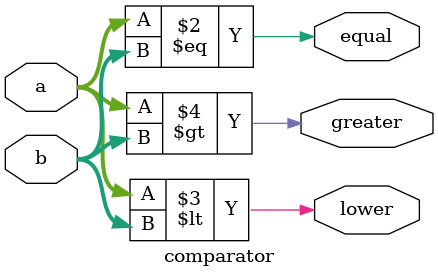
<source format=sv>
`timescale 1ns / 1ps

module comparator #(parameter WIDTH = 4) 
(
    input logic [WIDTH-1:0] a, b,
    output logic equal, lower, greater
);
    always_comb begin
        equal   = (a == b);
        lower   = (a < b);
        greater = (a > b);
    end
endmodule




</source>
